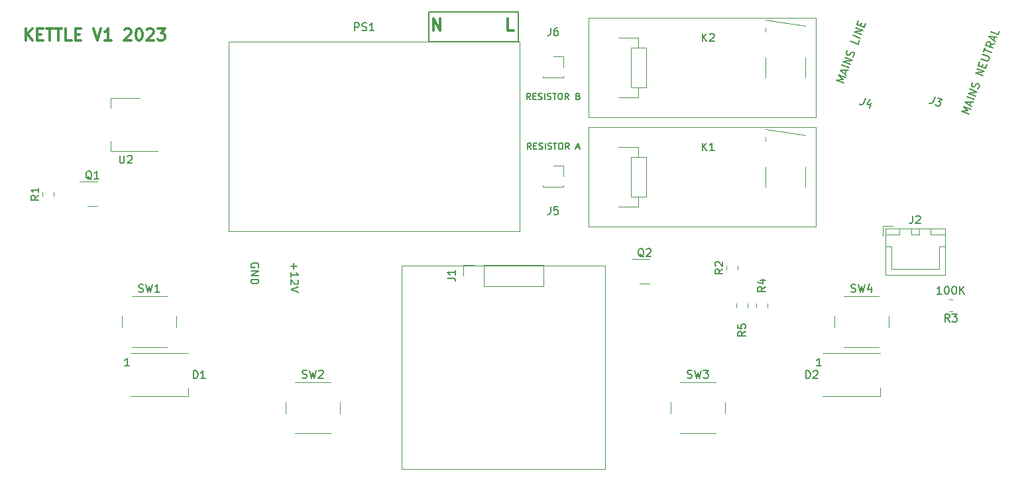
<source format=gbr>
%TF.GenerationSoftware,KiCad,Pcbnew,7.0.8-7.0.8~ubuntu20.04.1*%
%TF.CreationDate,2023-11-26T17:45:29+01:00*%
%TF.ProjectId,bouilloire_pcb,626f7569-6c6c-46f6-9972-655f7063622e,rev?*%
%TF.SameCoordinates,Original*%
%TF.FileFunction,Legend,Top*%
%TF.FilePolarity,Positive*%
%FSLAX46Y46*%
G04 Gerber Fmt 4.6, Leading zero omitted, Abs format (unit mm)*
G04 Created by KiCad (PCBNEW 7.0.8-7.0.8~ubuntu20.04.1) date 2023-11-26 17:45:29*
%MOMM*%
%LPD*%
G01*
G04 APERTURE LIST*
%ADD10C,0.300000*%
%ADD11C,0.150000*%
%ADD12C,0.200000*%
%ADD13C,0.120000*%
G04 APERTURE END LIST*
D10*
X2459510Y55444171D02*
X2459510Y56944171D01*
X3316653Y55444171D02*
X2673796Y56301314D01*
X3316653Y56944171D02*
X2459510Y56087028D01*
X3959510Y56229885D02*
X4459510Y56229885D01*
X4673796Y55444171D02*
X3959510Y55444171D01*
X3959510Y55444171D02*
X3959510Y56944171D01*
X3959510Y56944171D02*
X4673796Y56944171D01*
X5102368Y56944171D02*
X5959511Y56944171D01*
X5530939Y55444171D02*
X5530939Y56944171D01*
X6245225Y56944171D02*
X7102368Y56944171D01*
X6673796Y55444171D02*
X6673796Y56944171D01*
X8316653Y55444171D02*
X7602367Y55444171D01*
X7602367Y55444171D02*
X7602367Y56944171D01*
X8816653Y56229885D02*
X9316653Y56229885D01*
X9530939Y55444171D02*
X8816653Y55444171D01*
X8816653Y55444171D02*
X8816653Y56944171D01*
X8816653Y56944171D02*
X9530939Y56944171D01*
X11102368Y56944171D02*
X11602368Y55444171D01*
X11602368Y55444171D02*
X12102368Y56944171D01*
X13388082Y55444171D02*
X12530939Y55444171D01*
X12959510Y55444171D02*
X12959510Y56944171D01*
X12959510Y56944171D02*
X12816653Y56729885D01*
X12816653Y56729885D02*
X12673796Y56587028D01*
X12673796Y56587028D02*
X12530939Y56515600D01*
X15102367Y56801314D02*
X15173795Y56872742D01*
X15173795Y56872742D02*
X15316653Y56944171D01*
X15316653Y56944171D02*
X15673795Y56944171D01*
X15673795Y56944171D02*
X15816653Y56872742D01*
X15816653Y56872742D02*
X15888081Y56801314D01*
X15888081Y56801314D02*
X15959510Y56658457D01*
X15959510Y56658457D02*
X15959510Y56515600D01*
X15959510Y56515600D02*
X15888081Y56301314D01*
X15888081Y56301314D02*
X15030938Y55444171D01*
X15030938Y55444171D02*
X15959510Y55444171D01*
X16888081Y56944171D02*
X17030938Y56944171D01*
X17030938Y56944171D02*
X17173795Y56872742D01*
X17173795Y56872742D02*
X17245224Y56801314D01*
X17245224Y56801314D02*
X17316652Y56658457D01*
X17316652Y56658457D02*
X17388081Y56372742D01*
X17388081Y56372742D02*
X17388081Y56015600D01*
X17388081Y56015600D02*
X17316652Y55729885D01*
X17316652Y55729885D02*
X17245224Y55587028D01*
X17245224Y55587028D02*
X17173795Y55515600D01*
X17173795Y55515600D02*
X17030938Y55444171D01*
X17030938Y55444171D02*
X16888081Y55444171D01*
X16888081Y55444171D02*
X16745224Y55515600D01*
X16745224Y55515600D02*
X16673795Y55587028D01*
X16673795Y55587028D02*
X16602366Y55729885D01*
X16602366Y55729885D02*
X16530938Y56015600D01*
X16530938Y56015600D02*
X16530938Y56372742D01*
X16530938Y56372742D02*
X16602366Y56658457D01*
X16602366Y56658457D02*
X16673795Y56801314D01*
X16673795Y56801314D02*
X16745224Y56872742D01*
X16745224Y56872742D02*
X16888081Y56944171D01*
X17959509Y56801314D02*
X18030937Y56872742D01*
X18030937Y56872742D02*
X18173795Y56944171D01*
X18173795Y56944171D02*
X18530937Y56944171D01*
X18530937Y56944171D02*
X18673795Y56872742D01*
X18673795Y56872742D02*
X18745223Y56801314D01*
X18745223Y56801314D02*
X18816652Y56658457D01*
X18816652Y56658457D02*
X18816652Y56515600D01*
X18816652Y56515600D02*
X18745223Y56301314D01*
X18745223Y56301314D02*
X17888080Y55444171D01*
X17888080Y55444171D02*
X18816652Y55444171D01*
X19316651Y56944171D02*
X20245223Y56944171D01*
X20245223Y56944171D02*
X19745223Y56372742D01*
X19745223Y56372742D02*
X19959508Y56372742D01*
X19959508Y56372742D02*
X20102366Y56301314D01*
X20102366Y56301314D02*
X20173794Y56229885D01*
X20173794Y56229885D02*
X20245223Y56087028D01*
X20245223Y56087028D02*
X20245223Y55729885D01*
X20245223Y55729885D02*
X20173794Y55587028D01*
X20173794Y55587028D02*
X20102366Y55515600D01*
X20102366Y55515600D02*
X19959508Y55444171D01*
X19959508Y55444171D02*
X19530937Y55444171D01*
X19530937Y55444171D02*
X19388080Y55515600D01*
X19388080Y55515600D02*
X19316651Y55587028D01*
D11*
X36706133Y26968220D02*
X36706133Y26206316D01*
X36325180Y26587268D02*
X37087085Y26587268D01*
X36325180Y25206316D02*
X36325180Y25777744D01*
X36325180Y25492030D02*
X37325180Y25492030D01*
X37325180Y25492030D02*
X37182323Y25587268D01*
X37182323Y25587268D02*
X37087085Y25682506D01*
X37087085Y25682506D02*
X37039466Y25777744D01*
X37229942Y24825363D02*
X37277561Y24777744D01*
X37277561Y24777744D02*
X37325180Y24682506D01*
X37325180Y24682506D02*
X37325180Y24444411D01*
X37325180Y24444411D02*
X37277561Y24349173D01*
X37277561Y24349173D02*
X37229942Y24301554D01*
X37229942Y24301554D02*
X37134704Y24253935D01*
X37134704Y24253935D02*
X37039466Y24253935D01*
X37039466Y24253935D02*
X36896609Y24301554D01*
X36896609Y24301554D02*
X36325180Y24872982D01*
X36325180Y24872982D02*
X36325180Y24253935D01*
X37325180Y23968220D02*
X36325180Y23634887D01*
X36325180Y23634887D02*
X37325180Y23301554D01*
X32197561Y26444411D02*
X32245180Y26539649D01*
X32245180Y26539649D02*
X32245180Y26682506D01*
X32245180Y26682506D02*
X32197561Y26825363D01*
X32197561Y26825363D02*
X32102323Y26920601D01*
X32102323Y26920601D02*
X32007085Y26968220D01*
X32007085Y26968220D02*
X31816609Y27015839D01*
X31816609Y27015839D02*
X31673752Y27015839D01*
X31673752Y27015839D02*
X31483276Y26968220D01*
X31483276Y26968220D02*
X31388038Y26920601D01*
X31388038Y26920601D02*
X31292800Y26825363D01*
X31292800Y26825363D02*
X31245180Y26682506D01*
X31245180Y26682506D02*
X31245180Y26587268D01*
X31245180Y26587268D02*
X31292800Y26444411D01*
X31292800Y26444411D02*
X31340419Y26396792D01*
X31340419Y26396792D02*
X31673752Y26396792D01*
X31673752Y26396792D02*
X31673752Y26587268D01*
X31245180Y25968220D02*
X32245180Y25968220D01*
X32245180Y25968220D02*
X31245180Y25396792D01*
X31245180Y25396792D02*
X32245180Y25396792D01*
X31245180Y24920601D02*
X32245180Y24920601D01*
X32245180Y24920601D02*
X32245180Y24682506D01*
X32245180Y24682506D02*
X32197561Y24539649D01*
X32197561Y24539649D02*
X32102323Y24444411D01*
X32102323Y24444411D02*
X32007085Y24396792D01*
X32007085Y24396792D02*
X31816609Y24349173D01*
X31816609Y24349173D02*
X31673752Y24349173D01*
X31673752Y24349173D02*
X31483276Y24396792D01*
X31483276Y24396792D02*
X31388038Y24444411D01*
X31388038Y24444411D02*
X31292800Y24539649D01*
X31292800Y24539649D02*
X31245180Y24682506D01*
X31245180Y24682506D02*
X31245180Y24920601D01*
D12*
X53975000Y59055000D02*
X65405000Y59055000D01*
X65405000Y55245000D01*
X53975000Y55245000D01*
X53975000Y59055000D01*
D10*
X54529510Y56714171D02*
X54529510Y58214171D01*
X54529510Y58214171D02*
X55386653Y56714171D01*
X55386653Y56714171D02*
X55386653Y58214171D01*
X64768796Y56714171D02*
X64054510Y56714171D01*
X64054510Y56714171D02*
X64054510Y58214171D01*
D11*
X56374819Y25066666D02*
X57089104Y25066666D01*
X57089104Y25066666D02*
X57231961Y25019047D01*
X57231961Y25019047D02*
X57327200Y24923809D01*
X57327200Y24923809D02*
X57374819Y24780952D01*
X57374819Y24780952D02*
X57374819Y24685714D01*
X57374819Y26066666D02*
X57374819Y25495238D01*
X57374819Y25780952D02*
X56374819Y25780952D01*
X56374819Y25780952D02*
X56517676Y25685714D01*
X56517676Y25685714D02*
X56612914Y25590476D01*
X56612914Y25590476D02*
X56660533Y25495238D01*
X120483333Y19485180D02*
X120150000Y19961371D01*
X119911905Y19485180D02*
X119911905Y20485180D01*
X119911905Y20485180D02*
X120292857Y20485180D01*
X120292857Y20485180D02*
X120388095Y20437561D01*
X120388095Y20437561D02*
X120435714Y20389942D01*
X120435714Y20389942D02*
X120483333Y20294704D01*
X120483333Y20294704D02*
X120483333Y20151847D01*
X120483333Y20151847D02*
X120435714Y20056609D01*
X120435714Y20056609D02*
X120388095Y20008990D01*
X120388095Y20008990D02*
X120292857Y19961371D01*
X120292857Y19961371D02*
X119911905Y19961371D01*
X120816667Y20485180D02*
X121435714Y20485180D01*
X121435714Y20485180D02*
X121102381Y20104228D01*
X121102381Y20104228D02*
X121245238Y20104228D01*
X121245238Y20104228D02*
X121340476Y20056609D01*
X121340476Y20056609D02*
X121388095Y20008990D01*
X121388095Y20008990D02*
X121435714Y19913752D01*
X121435714Y19913752D02*
X121435714Y19675657D01*
X121435714Y19675657D02*
X121388095Y19580419D01*
X121388095Y19580419D02*
X121340476Y19532800D01*
X121340476Y19532800D02*
X121245238Y19485180D01*
X121245238Y19485180D02*
X120959524Y19485180D01*
X120959524Y19485180D02*
X120864286Y19532800D01*
X120864286Y19532800D02*
X120816667Y19580419D01*
X119483333Y23040180D02*
X118911905Y23040180D01*
X119197619Y23040180D02*
X119197619Y24040180D01*
X119197619Y24040180D02*
X119102381Y23897323D01*
X119102381Y23897323D02*
X119007143Y23802085D01*
X119007143Y23802085D02*
X118911905Y23754466D01*
X120102381Y24040180D02*
X120197619Y24040180D01*
X120197619Y24040180D02*
X120292857Y23992561D01*
X120292857Y23992561D02*
X120340476Y23944942D01*
X120340476Y23944942D02*
X120388095Y23849704D01*
X120388095Y23849704D02*
X120435714Y23659228D01*
X120435714Y23659228D02*
X120435714Y23421133D01*
X120435714Y23421133D02*
X120388095Y23230657D01*
X120388095Y23230657D02*
X120340476Y23135419D01*
X120340476Y23135419D02*
X120292857Y23087800D01*
X120292857Y23087800D02*
X120197619Y23040180D01*
X120197619Y23040180D02*
X120102381Y23040180D01*
X120102381Y23040180D02*
X120007143Y23087800D01*
X120007143Y23087800D02*
X119959524Y23135419D01*
X119959524Y23135419D02*
X119911905Y23230657D01*
X119911905Y23230657D02*
X119864286Y23421133D01*
X119864286Y23421133D02*
X119864286Y23659228D01*
X119864286Y23659228D02*
X119911905Y23849704D01*
X119911905Y23849704D02*
X119959524Y23944942D01*
X119959524Y23944942D02*
X120007143Y23992561D01*
X120007143Y23992561D02*
X120102381Y24040180D01*
X121054762Y24040180D02*
X121150000Y24040180D01*
X121150000Y24040180D02*
X121245238Y23992561D01*
X121245238Y23992561D02*
X121292857Y23944942D01*
X121292857Y23944942D02*
X121340476Y23849704D01*
X121340476Y23849704D02*
X121388095Y23659228D01*
X121388095Y23659228D02*
X121388095Y23421133D01*
X121388095Y23421133D02*
X121340476Y23230657D01*
X121340476Y23230657D02*
X121292857Y23135419D01*
X121292857Y23135419D02*
X121245238Y23087800D01*
X121245238Y23087800D02*
X121150000Y23040180D01*
X121150000Y23040180D02*
X121054762Y23040180D01*
X121054762Y23040180D02*
X120959524Y23087800D01*
X120959524Y23087800D02*
X120911905Y23135419D01*
X120911905Y23135419D02*
X120864286Y23230657D01*
X120864286Y23230657D02*
X120816667Y23421133D01*
X120816667Y23421133D02*
X120816667Y23659228D01*
X120816667Y23659228D02*
X120864286Y23849704D01*
X120864286Y23849704D02*
X120911905Y23944942D01*
X120911905Y23944942D02*
X120959524Y23992561D01*
X120959524Y23992561D02*
X121054762Y24040180D01*
X121816667Y23040180D02*
X121816667Y24040180D01*
X122388095Y23040180D02*
X121959524Y23611609D01*
X122388095Y24040180D02*
X121816667Y23468752D01*
X91514819Y26233333D02*
X91038628Y25900000D01*
X91514819Y25661905D02*
X90514819Y25661905D01*
X90514819Y25661905D02*
X90514819Y26042857D01*
X90514819Y26042857D02*
X90562438Y26138095D01*
X90562438Y26138095D02*
X90610057Y26185714D01*
X90610057Y26185714D02*
X90705295Y26233333D01*
X90705295Y26233333D02*
X90848152Y26233333D01*
X90848152Y26233333D02*
X90943390Y26185714D01*
X90943390Y26185714D02*
X90991009Y26138095D01*
X90991009Y26138095D02*
X91038628Y26042857D01*
X91038628Y26042857D02*
X91038628Y25661905D01*
X90610057Y26614286D02*
X90562438Y26661905D01*
X90562438Y26661905D02*
X90514819Y26757143D01*
X90514819Y26757143D02*
X90514819Y26995238D01*
X90514819Y26995238D02*
X90562438Y27090476D01*
X90562438Y27090476D02*
X90610057Y27138095D01*
X90610057Y27138095D02*
X90705295Y27185714D01*
X90705295Y27185714D02*
X90800533Y27185714D01*
X90800533Y27185714D02*
X90943390Y27138095D01*
X90943390Y27138095D02*
X91514819Y26566667D01*
X91514819Y26566667D02*
X91514819Y27185714D01*
X37826667Y12342800D02*
X37969524Y12295180D01*
X37969524Y12295180D02*
X38207619Y12295180D01*
X38207619Y12295180D02*
X38302857Y12342800D01*
X38302857Y12342800D02*
X38350476Y12390419D01*
X38350476Y12390419D02*
X38398095Y12485657D01*
X38398095Y12485657D02*
X38398095Y12580895D01*
X38398095Y12580895D02*
X38350476Y12676133D01*
X38350476Y12676133D02*
X38302857Y12723752D01*
X38302857Y12723752D02*
X38207619Y12771371D01*
X38207619Y12771371D02*
X38017143Y12818990D01*
X38017143Y12818990D02*
X37921905Y12866609D01*
X37921905Y12866609D02*
X37874286Y12914228D01*
X37874286Y12914228D02*
X37826667Y13009466D01*
X37826667Y13009466D02*
X37826667Y13104704D01*
X37826667Y13104704D02*
X37874286Y13199942D01*
X37874286Y13199942D02*
X37921905Y13247561D01*
X37921905Y13247561D02*
X38017143Y13295180D01*
X38017143Y13295180D02*
X38255238Y13295180D01*
X38255238Y13295180D02*
X38398095Y13247561D01*
X38731429Y13295180D02*
X38969524Y12295180D01*
X38969524Y12295180D02*
X39160000Y13009466D01*
X39160000Y13009466D02*
X39350476Y12295180D01*
X39350476Y12295180D02*
X39588572Y13295180D01*
X39921905Y13199942D02*
X39969524Y13247561D01*
X39969524Y13247561D02*
X40064762Y13295180D01*
X40064762Y13295180D02*
X40302857Y13295180D01*
X40302857Y13295180D02*
X40398095Y13247561D01*
X40398095Y13247561D02*
X40445714Y13199942D01*
X40445714Y13199942D02*
X40493333Y13104704D01*
X40493333Y13104704D02*
X40493333Y13009466D01*
X40493333Y13009466D02*
X40445714Y12866609D01*
X40445714Y12866609D02*
X39874286Y12295180D01*
X39874286Y12295180D02*
X40493333Y12295180D01*
X81438761Y27757942D02*
X81343523Y27805561D01*
X81343523Y27805561D02*
X81248285Y27900800D01*
X81248285Y27900800D02*
X81105428Y28043657D01*
X81105428Y28043657D02*
X81010190Y28091276D01*
X81010190Y28091276D02*
X80914952Y28091276D01*
X80962571Y27853180D02*
X80867333Y27900800D01*
X80867333Y27900800D02*
X80772095Y27996038D01*
X80772095Y27996038D02*
X80724476Y28186514D01*
X80724476Y28186514D02*
X80724476Y28519847D01*
X80724476Y28519847D02*
X80772095Y28710323D01*
X80772095Y28710323D02*
X80867333Y28805561D01*
X80867333Y28805561D02*
X80962571Y28853180D01*
X80962571Y28853180D02*
X81153047Y28853180D01*
X81153047Y28853180D02*
X81248285Y28805561D01*
X81248285Y28805561D02*
X81343523Y28710323D01*
X81343523Y28710323D02*
X81391142Y28519847D01*
X81391142Y28519847D02*
X81391142Y28186514D01*
X81391142Y28186514D02*
X81343523Y27996038D01*
X81343523Y27996038D02*
X81248285Y27900800D01*
X81248285Y27900800D02*
X81153047Y27853180D01*
X81153047Y27853180D02*
X80962571Y27853180D01*
X81772095Y28757942D02*
X81819714Y28805561D01*
X81819714Y28805561D02*
X81914952Y28853180D01*
X81914952Y28853180D02*
X82153047Y28853180D01*
X82153047Y28853180D02*
X82248285Y28805561D01*
X82248285Y28805561D02*
X82295904Y28757942D01*
X82295904Y28757942D02*
X82343523Y28662704D01*
X82343523Y28662704D02*
X82343523Y28567466D01*
X82343523Y28567466D02*
X82295904Y28424609D01*
X82295904Y28424609D02*
X81724476Y27853180D01*
X81724476Y27853180D02*
X82343523Y27853180D01*
X88906905Y55330180D02*
X88906905Y56330180D01*
X89478333Y55330180D02*
X89049762Y55901609D01*
X89478333Y56330180D02*
X88906905Y55758752D01*
X89859286Y56234942D02*
X89906905Y56282561D01*
X89906905Y56282561D02*
X90002143Y56330180D01*
X90002143Y56330180D02*
X90240238Y56330180D01*
X90240238Y56330180D02*
X90335476Y56282561D01*
X90335476Y56282561D02*
X90383095Y56234942D01*
X90383095Y56234942D02*
X90430714Y56139704D01*
X90430714Y56139704D02*
X90430714Y56044466D01*
X90430714Y56044466D02*
X90383095Y55901609D01*
X90383095Y55901609D02*
X89811667Y55330180D01*
X89811667Y55330180D02*
X90430714Y55330180D01*
X102131905Y12245180D02*
X102131905Y13245180D01*
X102131905Y13245180D02*
X102370000Y13245180D01*
X102370000Y13245180D02*
X102512857Y13197561D01*
X102512857Y13197561D02*
X102608095Y13102323D01*
X102608095Y13102323D02*
X102655714Y13007085D01*
X102655714Y13007085D02*
X102703333Y12816609D01*
X102703333Y12816609D02*
X102703333Y12673752D01*
X102703333Y12673752D02*
X102655714Y12483276D01*
X102655714Y12483276D02*
X102608095Y12388038D01*
X102608095Y12388038D02*
X102512857Y12292800D01*
X102512857Y12292800D02*
X102370000Y12245180D01*
X102370000Y12245180D02*
X102131905Y12245180D01*
X103084286Y13149942D02*
X103131905Y13197561D01*
X103131905Y13197561D02*
X103227143Y13245180D01*
X103227143Y13245180D02*
X103465238Y13245180D01*
X103465238Y13245180D02*
X103560476Y13197561D01*
X103560476Y13197561D02*
X103608095Y13149942D01*
X103608095Y13149942D02*
X103655714Y13054704D01*
X103655714Y13054704D02*
X103655714Y12959466D01*
X103655714Y12959466D02*
X103608095Y12816609D01*
X103608095Y12816609D02*
X103036667Y12245180D01*
X103036667Y12245180D02*
X103655714Y12245180D01*
X104085714Y13845180D02*
X103514286Y13845180D01*
X103800000Y13845180D02*
X103800000Y14845180D01*
X103800000Y14845180D02*
X103704762Y14702323D01*
X103704762Y14702323D02*
X103609524Y14607085D01*
X103609524Y14607085D02*
X103514286Y14559466D01*
X88906905Y41360180D02*
X88906905Y42360180D01*
X89478333Y41360180D02*
X89049762Y41931609D01*
X89478333Y42360180D02*
X88906905Y41788752D01*
X90430714Y41360180D02*
X89859286Y41360180D01*
X90145000Y41360180D02*
X90145000Y42360180D01*
X90145000Y42360180D02*
X90049762Y42217323D01*
X90049762Y42217323D02*
X89954524Y42122085D01*
X89954524Y42122085D02*
X89859286Y42074466D01*
X69516666Y34200180D02*
X69516666Y33485895D01*
X69516666Y33485895D02*
X69469047Y33343038D01*
X69469047Y33343038D02*
X69373809Y33247800D01*
X69373809Y33247800D02*
X69230952Y33200180D01*
X69230952Y33200180D02*
X69135714Y33200180D01*
X70469047Y34200180D02*
X69992857Y34200180D01*
X69992857Y34200180D02*
X69945238Y33723990D01*
X69945238Y33723990D02*
X69992857Y33771609D01*
X69992857Y33771609D02*
X70088095Y33819228D01*
X70088095Y33819228D02*
X70326190Y33819228D01*
X70326190Y33819228D02*
X70421428Y33771609D01*
X70421428Y33771609D02*
X70469047Y33723990D01*
X70469047Y33723990D02*
X70516666Y33628752D01*
X70516666Y33628752D02*
X70516666Y33390657D01*
X70516666Y33390657D02*
X70469047Y33295419D01*
X70469047Y33295419D02*
X70421428Y33247800D01*
X70421428Y33247800D02*
X70326190Y33200180D01*
X70326190Y33200180D02*
X70088095Y33200180D01*
X70088095Y33200180D02*
X69992857Y33247800D01*
X69992857Y33247800D02*
X69945238Y33295419D01*
X67011905Y41547704D02*
X66745238Y41928657D01*
X66554762Y41547704D02*
X66554762Y42347704D01*
X66554762Y42347704D02*
X66859524Y42347704D01*
X66859524Y42347704D02*
X66935714Y42309609D01*
X66935714Y42309609D02*
X66973809Y42271514D01*
X66973809Y42271514D02*
X67011905Y42195323D01*
X67011905Y42195323D02*
X67011905Y42081038D01*
X67011905Y42081038D02*
X66973809Y42004847D01*
X66973809Y42004847D02*
X66935714Y41966752D01*
X66935714Y41966752D02*
X66859524Y41928657D01*
X66859524Y41928657D02*
X66554762Y41928657D01*
X67354762Y41966752D02*
X67621428Y41966752D01*
X67735714Y41547704D02*
X67354762Y41547704D01*
X67354762Y41547704D02*
X67354762Y42347704D01*
X67354762Y42347704D02*
X67735714Y42347704D01*
X68040476Y41585800D02*
X68154762Y41547704D01*
X68154762Y41547704D02*
X68345238Y41547704D01*
X68345238Y41547704D02*
X68421429Y41585800D01*
X68421429Y41585800D02*
X68459524Y41623895D01*
X68459524Y41623895D02*
X68497619Y41700085D01*
X68497619Y41700085D02*
X68497619Y41776276D01*
X68497619Y41776276D02*
X68459524Y41852466D01*
X68459524Y41852466D02*
X68421429Y41890561D01*
X68421429Y41890561D02*
X68345238Y41928657D01*
X68345238Y41928657D02*
X68192857Y41966752D01*
X68192857Y41966752D02*
X68116667Y42004847D01*
X68116667Y42004847D02*
X68078572Y42042942D01*
X68078572Y42042942D02*
X68040476Y42119133D01*
X68040476Y42119133D02*
X68040476Y42195323D01*
X68040476Y42195323D02*
X68078572Y42271514D01*
X68078572Y42271514D02*
X68116667Y42309609D01*
X68116667Y42309609D02*
X68192857Y42347704D01*
X68192857Y42347704D02*
X68383334Y42347704D01*
X68383334Y42347704D02*
X68497619Y42309609D01*
X68840477Y41547704D02*
X68840477Y42347704D01*
X69183333Y41585800D02*
X69297619Y41547704D01*
X69297619Y41547704D02*
X69488095Y41547704D01*
X69488095Y41547704D02*
X69564286Y41585800D01*
X69564286Y41585800D02*
X69602381Y41623895D01*
X69602381Y41623895D02*
X69640476Y41700085D01*
X69640476Y41700085D02*
X69640476Y41776276D01*
X69640476Y41776276D02*
X69602381Y41852466D01*
X69602381Y41852466D02*
X69564286Y41890561D01*
X69564286Y41890561D02*
X69488095Y41928657D01*
X69488095Y41928657D02*
X69335714Y41966752D01*
X69335714Y41966752D02*
X69259524Y42004847D01*
X69259524Y42004847D02*
X69221429Y42042942D01*
X69221429Y42042942D02*
X69183333Y42119133D01*
X69183333Y42119133D02*
X69183333Y42195323D01*
X69183333Y42195323D02*
X69221429Y42271514D01*
X69221429Y42271514D02*
X69259524Y42309609D01*
X69259524Y42309609D02*
X69335714Y42347704D01*
X69335714Y42347704D02*
X69526191Y42347704D01*
X69526191Y42347704D02*
X69640476Y42309609D01*
X69869048Y42347704D02*
X70326191Y42347704D01*
X70097619Y41547704D02*
X70097619Y42347704D01*
X70745239Y42347704D02*
X70897620Y42347704D01*
X70897620Y42347704D02*
X70973810Y42309609D01*
X70973810Y42309609D02*
X71050001Y42233419D01*
X71050001Y42233419D02*
X71088096Y42081038D01*
X71088096Y42081038D02*
X71088096Y41814371D01*
X71088096Y41814371D02*
X71050001Y41661990D01*
X71050001Y41661990D02*
X70973810Y41585800D01*
X70973810Y41585800D02*
X70897620Y41547704D01*
X70897620Y41547704D02*
X70745239Y41547704D01*
X70745239Y41547704D02*
X70669048Y41585800D01*
X70669048Y41585800D02*
X70592858Y41661990D01*
X70592858Y41661990D02*
X70554762Y41814371D01*
X70554762Y41814371D02*
X70554762Y42081038D01*
X70554762Y42081038D02*
X70592858Y42233419D01*
X70592858Y42233419D02*
X70669048Y42309609D01*
X70669048Y42309609D02*
X70745239Y42347704D01*
X71888096Y41547704D02*
X71621429Y41928657D01*
X71430953Y41547704D02*
X71430953Y42347704D01*
X71430953Y42347704D02*
X71735715Y42347704D01*
X71735715Y42347704D02*
X71811905Y42309609D01*
X71811905Y42309609D02*
X71850000Y42271514D01*
X71850000Y42271514D02*
X71888096Y42195323D01*
X71888096Y42195323D02*
X71888096Y42081038D01*
X71888096Y42081038D02*
X71850000Y42004847D01*
X71850000Y42004847D02*
X71811905Y41966752D01*
X71811905Y41966752D02*
X71735715Y41928657D01*
X71735715Y41928657D02*
X71430953Y41928657D01*
X72802381Y41776276D02*
X73183334Y41776276D01*
X72726191Y41547704D02*
X72992858Y42347704D01*
X72992858Y42347704D02*
X73259524Y41547704D01*
X69516666Y57060180D02*
X69516666Y56345895D01*
X69516666Y56345895D02*
X69469047Y56203038D01*
X69469047Y56203038D02*
X69373809Y56107800D01*
X69373809Y56107800D02*
X69230952Y56060180D01*
X69230952Y56060180D02*
X69135714Y56060180D01*
X70421428Y57060180D02*
X70230952Y57060180D01*
X70230952Y57060180D02*
X70135714Y57012561D01*
X70135714Y57012561D02*
X70088095Y56964942D01*
X70088095Y56964942D02*
X69992857Y56822085D01*
X69992857Y56822085D02*
X69945238Y56631609D01*
X69945238Y56631609D02*
X69945238Y56250657D01*
X69945238Y56250657D02*
X69992857Y56155419D01*
X69992857Y56155419D02*
X70040476Y56107800D01*
X70040476Y56107800D02*
X70135714Y56060180D01*
X70135714Y56060180D02*
X70326190Y56060180D01*
X70326190Y56060180D02*
X70421428Y56107800D01*
X70421428Y56107800D02*
X70469047Y56155419D01*
X70469047Y56155419D02*
X70516666Y56250657D01*
X70516666Y56250657D02*
X70516666Y56488752D01*
X70516666Y56488752D02*
X70469047Y56583990D01*
X70469047Y56583990D02*
X70421428Y56631609D01*
X70421428Y56631609D02*
X70326190Y56679228D01*
X70326190Y56679228D02*
X70135714Y56679228D01*
X70135714Y56679228D02*
X70040476Y56631609D01*
X70040476Y56631609D02*
X69992857Y56583990D01*
X69992857Y56583990D02*
X69945238Y56488752D01*
X66954762Y47897704D02*
X66688095Y48278657D01*
X66497619Y47897704D02*
X66497619Y48697704D01*
X66497619Y48697704D02*
X66802381Y48697704D01*
X66802381Y48697704D02*
X66878571Y48659609D01*
X66878571Y48659609D02*
X66916666Y48621514D01*
X66916666Y48621514D02*
X66954762Y48545323D01*
X66954762Y48545323D02*
X66954762Y48431038D01*
X66954762Y48431038D02*
X66916666Y48354847D01*
X66916666Y48354847D02*
X66878571Y48316752D01*
X66878571Y48316752D02*
X66802381Y48278657D01*
X66802381Y48278657D02*
X66497619Y48278657D01*
X67297619Y48316752D02*
X67564285Y48316752D01*
X67678571Y47897704D02*
X67297619Y47897704D01*
X67297619Y47897704D02*
X67297619Y48697704D01*
X67297619Y48697704D02*
X67678571Y48697704D01*
X67983333Y47935800D02*
X68097619Y47897704D01*
X68097619Y47897704D02*
X68288095Y47897704D01*
X68288095Y47897704D02*
X68364286Y47935800D01*
X68364286Y47935800D02*
X68402381Y47973895D01*
X68402381Y47973895D02*
X68440476Y48050085D01*
X68440476Y48050085D02*
X68440476Y48126276D01*
X68440476Y48126276D02*
X68402381Y48202466D01*
X68402381Y48202466D02*
X68364286Y48240561D01*
X68364286Y48240561D02*
X68288095Y48278657D01*
X68288095Y48278657D02*
X68135714Y48316752D01*
X68135714Y48316752D02*
X68059524Y48354847D01*
X68059524Y48354847D02*
X68021429Y48392942D01*
X68021429Y48392942D02*
X67983333Y48469133D01*
X67983333Y48469133D02*
X67983333Y48545323D01*
X67983333Y48545323D02*
X68021429Y48621514D01*
X68021429Y48621514D02*
X68059524Y48659609D01*
X68059524Y48659609D02*
X68135714Y48697704D01*
X68135714Y48697704D02*
X68326191Y48697704D01*
X68326191Y48697704D02*
X68440476Y48659609D01*
X68783334Y47897704D02*
X68783334Y48697704D01*
X69126190Y47935800D02*
X69240476Y47897704D01*
X69240476Y47897704D02*
X69430952Y47897704D01*
X69430952Y47897704D02*
X69507143Y47935800D01*
X69507143Y47935800D02*
X69545238Y47973895D01*
X69545238Y47973895D02*
X69583333Y48050085D01*
X69583333Y48050085D02*
X69583333Y48126276D01*
X69583333Y48126276D02*
X69545238Y48202466D01*
X69545238Y48202466D02*
X69507143Y48240561D01*
X69507143Y48240561D02*
X69430952Y48278657D01*
X69430952Y48278657D02*
X69278571Y48316752D01*
X69278571Y48316752D02*
X69202381Y48354847D01*
X69202381Y48354847D02*
X69164286Y48392942D01*
X69164286Y48392942D02*
X69126190Y48469133D01*
X69126190Y48469133D02*
X69126190Y48545323D01*
X69126190Y48545323D02*
X69164286Y48621514D01*
X69164286Y48621514D02*
X69202381Y48659609D01*
X69202381Y48659609D02*
X69278571Y48697704D01*
X69278571Y48697704D02*
X69469048Y48697704D01*
X69469048Y48697704D02*
X69583333Y48659609D01*
X69811905Y48697704D02*
X70269048Y48697704D01*
X70040476Y47897704D02*
X70040476Y48697704D01*
X70688096Y48697704D02*
X70840477Y48697704D01*
X70840477Y48697704D02*
X70916667Y48659609D01*
X70916667Y48659609D02*
X70992858Y48583419D01*
X70992858Y48583419D02*
X71030953Y48431038D01*
X71030953Y48431038D02*
X71030953Y48164371D01*
X71030953Y48164371D02*
X70992858Y48011990D01*
X70992858Y48011990D02*
X70916667Y47935800D01*
X70916667Y47935800D02*
X70840477Y47897704D01*
X70840477Y47897704D02*
X70688096Y47897704D01*
X70688096Y47897704D02*
X70611905Y47935800D01*
X70611905Y47935800D02*
X70535715Y48011990D01*
X70535715Y48011990D02*
X70497619Y48164371D01*
X70497619Y48164371D02*
X70497619Y48431038D01*
X70497619Y48431038D02*
X70535715Y48583419D01*
X70535715Y48583419D02*
X70611905Y48659609D01*
X70611905Y48659609D02*
X70688096Y48697704D01*
X71830953Y47897704D02*
X71564286Y48278657D01*
X71373810Y47897704D02*
X71373810Y48697704D01*
X71373810Y48697704D02*
X71678572Y48697704D01*
X71678572Y48697704D02*
X71754762Y48659609D01*
X71754762Y48659609D02*
X71792857Y48621514D01*
X71792857Y48621514D02*
X71830953Y48545323D01*
X71830953Y48545323D02*
X71830953Y48431038D01*
X71830953Y48431038D02*
X71792857Y48354847D01*
X71792857Y48354847D02*
X71754762Y48316752D01*
X71754762Y48316752D02*
X71678572Y48278657D01*
X71678572Y48278657D02*
X71373810Y48278657D01*
X73050000Y48316752D02*
X73164286Y48278657D01*
X73164286Y48278657D02*
X73202381Y48240561D01*
X73202381Y48240561D02*
X73240477Y48164371D01*
X73240477Y48164371D02*
X73240477Y48050085D01*
X73240477Y48050085D02*
X73202381Y47973895D01*
X73202381Y47973895D02*
X73164286Y47935800D01*
X73164286Y47935800D02*
X73088096Y47897704D01*
X73088096Y47897704D02*
X72783334Y47897704D01*
X72783334Y47897704D02*
X72783334Y48697704D01*
X72783334Y48697704D02*
X73050000Y48697704D01*
X73050000Y48697704D02*
X73126191Y48659609D01*
X73126191Y48659609D02*
X73164286Y48621514D01*
X73164286Y48621514D02*
X73202381Y48545323D01*
X73202381Y48545323D02*
X73202381Y48469133D01*
X73202381Y48469133D02*
X73164286Y48392942D01*
X73164286Y48392942D02*
X73126191Y48354847D01*
X73126191Y48354847D02*
X73050000Y48316752D01*
X73050000Y48316752D02*
X72783334Y48316752D01*
X44505714Y56695180D02*
X44505714Y57695180D01*
X44505714Y57695180D02*
X44886666Y57695180D01*
X44886666Y57695180D02*
X44981904Y57647561D01*
X44981904Y57647561D02*
X45029523Y57599942D01*
X45029523Y57599942D02*
X45077142Y57504704D01*
X45077142Y57504704D02*
X45077142Y57361847D01*
X45077142Y57361847D02*
X45029523Y57266609D01*
X45029523Y57266609D02*
X44981904Y57218990D01*
X44981904Y57218990D02*
X44886666Y57171371D01*
X44886666Y57171371D02*
X44505714Y57171371D01*
X45458095Y56742800D02*
X45600952Y56695180D01*
X45600952Y56695180D02*
X45839047Y56695180D01*
X45839047Y56695180D02*
X45934285Y56742800D01*
X45934285Y56742800D02*
X45981904Y56790419D01*
X45981904Y56790419D02*
X46029523Y56885657D01*
X46029523Y56885657D02*
X46029523Y56980895D01*
X46029523Y56980895D02*
X45981904Y57076133D01*
X45981904Y57076133D02*
X45934285Y57123752D01*
X45934285Y57123752D02*
X45839047Y57171371D01*
X45839047Y57171371D02*
X45648571Y57218990D01*
X45648571Y57218990D02*
X45553333Y57266609D01*
X45553333Y57266609D02*
X45505714Y57314228D01*
X45505714Y57314228D02*
X45458095Y57409466D01*
X45458095Y57409466D02*
X45458095Y57504704D01*
X45458095Y57504704D02*
X45505714Y57599942D01*
X45505714Y57599942D02*
X45553333Y57647561D01*
X45553333Y57647561D02*
X45648571Y57695180D01*
X45648571Y57695180D02*
X45886666Y57695180D01*
X45886666Y57695180D02*
X46029523Y57647561D01*
X46981904Y56695180D02*
X46410476Y56695180D01*
X46696190Y56695180D02*
X46696190Y57695180D01*
X46696190Y57695180D02*
X46600952Y57552323D01*
X46600952Y57552323D02*
X46505714Y57457085D01*
X46505714Y57457085D02*
X46410476Y57409466D01*
X109728231Y48098129D02*
X109483931Y47426920D01*
X109483931Y47426920D02*
X109390324Y47308965D01*
X109390324Y47308965D02*
X109268256Y47252043D01*
X109268256Y47252043D02*
X109117728Y47256156D01*
X109117728Y47256156D02*
X109028233Y47288730D01*
X110464423Y47475451D02*
X110236410Y46848989D01*
X110370980Y47914863D02*
X109902944Y47325087D01*
X109902944Y47325087D02*
X110484658Y47113360D01*
X107009309Y50060672D02*
X106069616Y50402692D01*
X106069616Y50402692D02*
X106854832Y50471623D01*
X106854832Y50471623D02*
X106297630Y51029154D01*
X106297630Y51029154D02*
X107237323Y50687134D01*
X107115419Y51187579D02*
X107278286Y51635052D01*
X107351329Y51000364D02*
X106525643Y51655615D01*
X106525643Y51655615D02*
X107579343Y51626826D01*
X107693349Y51940057D02*
X106753657Y52282077D01*
X107856216Y52387529D02*
X106916523Y52729550D01*
X106916523Y52729550D02*
X108051656Y52924497D01*
X108051656Y52924497D02*
X107111963Y53266517D01*
X108153489Y53343509D02*
X108247096Y53461464D01*
X108247096Y53461464D02*
X108328529Y53685200D01*
X108328529Y53685200D02*
X108316356Y53790981D01*
X108316356Y53790981D02*
X108287895Y53852015D01*
X108287895Y53852015D02*
X108214687Y53929336D01*
X108214687Y53929336D02*
X108125193Y53961909D01*
X108125193Y53961909D02*
X108019411Y53949735D01*
X108019411Y53949735D02*
X107958377Y53921275D01*
X107958377Y53921275D02*
X107881057Y53848067D01*
X107881057Y53848067D02*
X107771163Y53685364D01*
X107771163Y53685364D02*
X107693842Y53612157D01*
X107693842Y53612157D02*
X107632808Y53583696D01*
X107632808Y53583696D02*
X107527027Y53571522D01*
X107527027Y53571522D02*
X107437533Y53604095D01*
X107437533Y53604095D02*
X107364325Y53681416D01*
X107364325Y53681416D02*
X107335864Y53742450D01*
X107335864Y53742450D02*
X107323690Y53848231D01*
X107323690Y53848231D02*
X107405124Y54071968D01*
X107405124Y54071968D02*
X107498731Y54189923D01*
X108963710Y55430344D02*
X108800843Y54982871D01*
X108800843Y54982871D02*
X107861150Y55324891D01*
X109077717Y55743575D02*
X108138024Y56085595D01*
X109240583Y56191047D02*
X108300891Y56533067D01*
X108300891Y56533067D02*
X109436023Y56728014D01*
X109436023Y56728014D02*
X108496331Y57070034D01*
X109106670Y57354640D02*
X109220677Y57667871D01*
X109761757Y57622960D02*
X109598890Y57175487D01*
X109598890Y57175487D02*
X108659197Y57517507D01*
X108659197Y57517507D02*
X108822064Y57964980D01*
X94434819Y18248333D02*
X93958628Y17915000D01*
X94434819Y17676905D02*
X93434819Y17676905D01*
X93434819Y17676905D02*
X93434819Y18057857D01*
X93434819Y18057857D02*
X93482438Y18153095D01*
X93482438Y18153095D02*
X93530057Y18200714D01*
X93530057Y18200714D02*
X93625295Y18248333D01*
X93625295Y18248333D02*
X93768152Y18248333D01*
X93768152Y18248333D02*
X93863390Y18200714D01*
X93863390Y18200714D02*
X93911009Y18153095D01*
X93911009Y18153095D02*
X93958628Y18057857D01*
X93958628Y18057857D02*
X93958628Y17676905D01*
X93434819Y19153095D02*
X93434819Y18676905D01*
X93434819Y18676905D02*
X93911009Y18629286D01*
X93911009Y18629286D02*
X93863390Y18676905D01*
X93863390Y18676905D02*
X93815771Y18772143D01*
X93815771Y18772143D02*
X93815771Y19010238D01*
X93815771Y19010238D02*
X93863390Y19105476D01*
X93863390Y19105476D02*
X93911009Y19153095D01*
X93911009Y19153095D02*
X94006247Y19200714D01*
X94006247Y19200714D02*
X94244342Y19200714D01*
X94244342Y19200714D02*
X94339580Y19153095D01*
X94339580Y19153095D02*
X94387200Y19105476D01*
X94387200Y19105476D02*
X94434819Y19010238D01*
X94434819Y19010238D02*
X94434819Y18772143D01*
X94434819Y18772143D02*
X94387200Y18676905D01*
X94387200Y18676905D02*
X94339580Y18629286D01*
X96974819Y23963333D02*
X96498628Y23630000D01*
X96974819Y23391905D02*
X95974819Y23391905D01*
X95974819Y23391905D02*
X95974819Y23772857D01*
X95974819Y23772857D02*
X96022438Y23868095D01*
X96022438Y23868095D02*
X96070057Y23915714D01*
X96070057Y23915714D02*
X96165295Y23963333D01*
X96165295Y23963333D02*
X96308152Y23963333D01*
X96308152Y23963333D02*
X96403390Y23915714D01*
X96403390Y23915714D02*
X96451009Y23868095D01*
X96451009Y23868095D02*
X96498628Y23772857D01*
X96498628Y23772857D02*
X96498628Y23391905D01*
X96308152Y24820476D02*
X96974819Y24820476D01*
X95927200Y24582381D02*
X96641485Y24344286D01*
X96641485Y24344286D02*
X96641485Y24963333D01*
X16916667Y23342800D02*
X17059524Y23295180D01*
X17059524Y23295180D02*
X17297619Y23295180D01*
X17297619Y23295180D02*
X17392857Y23342800D01*
X17392857Y23342800D02*
X17440476Y23390419D01*
X17440476Y23390419D02*
X17488095Y23485657D01*
X17488095Y23485657D02*
X17488095Y23580895D01*
X17488095Y23580895D02*
X17440476Y23676133D01*
X17440476Y23676133D02*
X17392857Y23723752D01*
X17392857Y23723752D02*
X17297619Y23771371D01*
X17297619Y23771371D02*
X17107143Y23818990D01*
X17107143Y23818990D02*
X17011905Y23866609D01*
X17011905Y23866609D02*
X16964286Y23914228D01*
X16964286Y23914228D02*
X16916667Y24009466D01*
X16916667Y24009466D02*
X16916667Y24104704D01*
X16916667Y24104704D02*
X16964286Y24199942D01*
X16964286Y24199942D02*
X17011905Y24247561D01*
X17011905Y24247561D02*
X17107143Y24295180D01*
X17107143Y24295180D02*
X17345238Y24295180D01*
X17345238Y24295180D02*
X17488095Y24247561D01*
X17821429Y24295180D02*
X18059524Y23295180D01*
X18059524Y23295180D02*
X18250000Y24009466D01*
X18250000Y24009466D02*
X18440476Y23295180D01*
X18440476Y23295180D02*
X18678572Y24295180D01*
X19583333Y23295180D02*
X19011905Y23295180D01*
X19297619Y23295180D02*
X19297619Y24295180D01*
X19297619Y24295180D02*
X19202381Y24152323D01*
X19202381Y24152323D02*
X19107143Y24057085D01*
X19107143Y24057085D02*
X19011905Y24009466D01*
X115764666Y33051180D02*
X115764666Y32336895D01*
X115764666Y32336895D02*
X115717047Y32194038D01*
X115717047Y32194038D02*
X115621809Y32098800D01*
X115621809Y32098800D02*
X115478952Y32051180D01*
X115478952Y32051180D02*
X115383714Y32051180D01*
X116193238Y32955942D02*
X116240857Y33003561D01*
X116240857Y33003561D02*
X116336095Y33051180D01*
X116336095Y33051180D02*
X116574190Y33051180D01*
X116574190Y33051180D02*
X116669428Y33003561D01*
X116669428Y33003561D02*
X116717047Y32955942D01*
X116717047Y32955942D02*
X116764666Y32860704D01*
X116764666Y32860704D02*
X116764666Y32765466D01*
X116764666Y32765466D02*
X116717047Y32622609D01*
X116717047Y32622609D02*
X116145619Y32051180D01*
X116145619Y32051180D02*
X116764666Y32051180D01*
X87016667Y12342800D02*
X87159524Y12295180D01*
X87159524Y12295180D02*
X87397619Y12295180D01*
X87397619Y12295180D02*
X87492857Y12342800D01*
X87492857Y12342800D02*
X87540476Y12390419D01*
X87540476Y12390419D02*
X87588095Y12485657D01*
X87588095Y12485657D02*
X87588095Y12580895D01*
X87588095Y12580895D02*
X87540476Y12676133D01*
X87540476Y12676133D02*
X87492857Y12723752D01*
X87492857Y12723752D02*
X87397619Y12771371D01*
X87397619Y12771371D02*
X87207143Y12818990D01*
X87207143Y12818990D02*
X87111905Y12866609D01*
X87111905Y12866609D02*
X87064286Y12914228D01*
X87064286Y12914228D02*
X87016667Y13009466D01*
X87016667Y13009466D02*
X87016667Y13104704D01*
X87016667Y13104704D02*
X87064286Y13199942D01*
X87064286Y13199942D02*
X87111905Y13247561D01*
X87111905Y13247561D02*
X87207143Y13295180D01*
X87207143Y13295180D02*
X87445238Y13295180D01*
X87445238Y13295180D02*
X87588095Y13247561D01*
X87921429Y13295180D02*
X88159524Y12295180D01*
X88159524Y12295180D02*
X88350000Y13009466D01*
X88350000Y13009466D02*
X88540476Y12295180D01*
X88540476Y12295180D02*
X88778572Y13295180D01*
X89064286Y13295180D02*
X89683333Y13295180D01*
X89683333Y13295180D02*
X89350000Y12914228D01*
X89350000Y12914228D02*
X89492857Y12914228D01*
X89492857Y12914228D02*
X89588095Y12866609D01*
X89588095Y12866609D02*
X89635714Y12818990D01*
X89635714Y12818990D02*
X89683333Y12723752D01*
X89683333Y12723752D02*
X89683333Y12485657D01*
X89683333Y12485657D02*
X89635714Y12390419D01*
X89635714Y12390419D02*
X89588095Y12342800D01*
X89588095Y12342800D02*
X89492857Y12295180D01*
X89492857Y12295180D02*
X89207143Y12295180D01*
X89207143Y12295180D02*
X89111905Y12342800D01*
X89111905Y12342800D02*
X89064286Y12390419D01*
X118618231Y48251309D02*
X118373931Y47580100D01*
X118373931Y47580100D02*
X118280324Y47462145D01*
X118280324Y47462145D02*
X118158256Y47405223D01*
X118158256Y47405223D02*
X118007728Y47409336D01*
X118007728Y47409336D02*
X117918233Y47441910D01*
X118976210Y48121015D02*
X119557924Y47909289D01*
X119557924Y47909289D02*
X119114400Y47665317D01*
X119114400Y47665317D02*
X119248642Y47616457D01*
X119248642Y47616457D02*
X119321850Y47539136D01*
X119321850Y47539136D02*
X119350310Y47478103D01*
X119350310Y47478103D02*
X119362484Y47372321D01*
X119362484Y47372321D02*
X119281051Y47148585D01*
X119281051Y47148585D02*
X119203730Y47075377D01*
X119203730Y47075377D02*
X119142696Y47046917D01*
X119142696Y47046917D02*
X119036915Y47034743D01*
X119036915Y47034743D02*
X118768431Y47132463D01*
X118768431Y47132463D02*
X118695224Y47209783D01*
X118695224Y47209783D02*
X118666763Y47270817D01*
X122973706Y46021639D02*
X122034013Y46363659D01*
X122034013Y46363659D02*
X122819229Y46432590D01*
X122819229Y46432590D02*
X122262026Y46990120D01*
X122262026Y46990120D02*
X123201719Y46648100D01*
X123079815Y47148546D02*
X123242682Y47596018D01*
X123315726Y46961331D02*
X122490040Y47616582D01*
X122490040Y47616582D02*
X123543739Y47587793D01*
X123657746Y47901024D02*
X122718053Y48243044D01*
X123820612Y48348496D02*
X122880920Y48690516D01*
X122880920Y48690516D02*
X124016053Y48885463D01*
X124016053Y48885463D02*
X123076360Y49227483D01*
X124117885Y49304475D02*
X124211493Y49422430D01*
X124211493Y49422430D02*
X124292926Y49646167D01*
X124292926Y49646167D02*
X124280752Y49751948D01*
X124280752Y49751948D02*
X124252291Y49812982D01*
X124252291Y49812982D02*
X124179084Y49890303D01*
X124179084Y49890303D02*
X124089589Y49922876D01*
X124089589Y49922876D02*
X123983808Y49910702D01*
X123983808Y49910702D02*
X123922774Y49882241D01*
X123922774Y49882241D02*
X123845453Y49809034D01*
X123845453Y49809034D02*
X123735559Y49646331D01*
X123735559Y49646331D02*
X123658239Y49573123D01*
X123658239Y49573123D02*
X123597205Y49544663D01*
X123597205Y49544663D02*
X123491424Y49532489D01*
X123491424Y49532489D02*
X123401929Y49565062D01*
X123401929Y49565062D02*
X123328721Y49642383D01*
X123328721Y49642383D02*
X123300261Y49703417D01*
X123300261Y49703417D02*
X123288087Y49809198D01*
X123288087Y49809198D02*
X123369520Y50032934D01*
X123369520Y50032934D02*
X123463127Y50150889D01*
X124765240Y50943838D02*
X123825547Y51285858D01*
X123825547Y51285858D02*
X124960680Y51480805D01*
X124960680Y51480805D02*
X124020987Y51822825D01*
X124631326Y52107431D02*
X124745333Y52420662D01*
X125286413Y52375750D02*
X125123546Y51928278D01*
X125123546Y51928278D02*
X124183854Y52270298D01*
X124183854Y52270298D02*
X124346720Y52717770D01*
X124493301Y53120496D02*
X125254004Y52843623D01*
X125254004Y52843623D02*
X125359785Y52855796D01*
X125359785Y52855796D02*
X125420819Y52884257D01*
X125420819Y52884257D02*
X125498140Y52957465D01*
X125498140Y52957465D02*
X125563287Y53136454D01*
X125563287Y53136454D02*
X125551113Y53242235D01*
X125551113Y53242235D02*
X125522652Y53303269D01*
X125522652Y53303269D02*
X125449444Y53380590D01*
X125449444Y53380590D02*
X124688741Y53657463D01*
X124802747Y53970694D02*
X124998187Y54507661D01*
X125840160Y53897157D02*
X124900467Y54239178D01*
X126247327Y55015839D02*
X125685848Y54865475D01*
X126051887Y54478872D02*
X125112194Y54820892D01*
X125112194Y54820892D02*
X125242488Y55178870D01*
X125242488Y55178870D02*
X125319808Y55252078D01*
X125319808Y55252078D02*
X125380842Y55280539D01*
X125380842Y55280539D02*
X125486623Y55292713D01*
X125486623Y55292713D02*
X125620865Y55243853D01*
X125620865Y55243853D02*
X125694073Y55166532D01*
X125694073Y55166532D02*
X125722534Y55105498D01*
X125722534Y55105498D02*
X125734708Y54999717D01*
X125734708Y54999717D02*
X125604414Y54641739D01*
X126109137Y55471538D02*
X126272003Y55919010D01*
X126345047Y55284323D02*
X125519361Y55939574D01*
X125519361Y55939574D02*
X126573060Y55910785D01*
X126849934Y56671488D02*
X126687067Y56224016D01*
X126687067Y56224016D02*
X125747375Y56566036D01*
X4138819Y35647333D02*
X3662628Y35314000D01*
X4138819Y35075905D02*
X3138819Y35075905D01*
X3138819Y35075905D02*
X3138819Y35456857D01*
X3138819Y35456857D02*
X3186438Y35552095D01*
X3186438Y35552095D02*
X3234057Y35599714D01*
X3234057Y35599714D02*
X3329295Y35647333D01*
X3329295Y35647333D02*
X3472152Y35647333D01*
X3472152Y35647333D02*
X3567390Y35599714D01*
X3567390Y35599714D02*
X3615009Y35552095D01*
X3615009Y35552095D02*
X3662628Y35456857D01*
X3662628Y35456857D02*
X3662628Y35075905D01*
X4138819Y36599714D02*
X4138819Y36028286D01*
X4138819Y36314000D02*
X3138819Y36314000D01*
X3138819Y36314000D02*
X3281676Y36218762D01*
X3281676Y36218762D02*
X3376914Y36123524D01*
X3376914Y36123524D02*
X3424533Y36028286D01*
X107916667Y23342800D02*
X108059524Y23295180D01*
X108059524Y23295180D02*
X108297619Y23295180D01*
X108297619Y23295180D02*
X108392857Y23342800D01*
X108392857Y23342800D02*
X108440476Y23390419D01*
X108440476Y23390419D02*
X108488095Y23485657D01*
X108488095Y23485657D02*
X108488095Y23580895D01*
X108488095Y23580895D02*
X108440476Y23676133D01*
X108440476Y23676133D02*
X108392857Y23723752D01*
X108392857Y23723752D02*
X108297619Y23771371D01*
X108297619Y23771371D02*
X108107143Y23818990D01*
X108107143Y23818990D02*
X108011905Y23866609D01*
X108011905Y23866609D02*
X107964286Y23914228D01*
X107964286Y23914228D02*
X107916667Y24009466D01*
X107916667Y24009466D02*
X107916667Y24104704D01*
X107916667Y24104704D02*
X107964286Y24199942D01*
X107964286Y24199942D02*
X108011905Y24247561D01*
X108011905Y24247561D02*
X108107143Y24295180D01*
X108107143Y24295180D02*
X108345238Y24295180D01*
X108345238Y24295180D02*
X108488095Y24247561D01*
X108821429Y24295180D02*
X109059524Y23295180D01*
X109059524Y23295180D02*
X109250000Y24009466D01*
X109250000Y24009466D02*
X109440476Y23295180D01*
X109440476Y23295180D02*
X109678572Y24295180D01*
X110488095Y23961847D02*
X110488095Y23295180D01*
X110250000Y24342800D02*
X110011905Y23628514D01*
X110011905Y23628514D02*
X110630952Y23628514D01*
X23899905Y12245180D02*
X23899905Y13245180D01*
X23899905Y13245180D02*
X24138000Y13245180D01*
X24138000Y13245180D02*
X24280857Y13197561D01*
X24280857Y13197561D02*
X24376095Y13102323D01*
X24376095Y13102323D02*
X24423714Y13007085D01*
X24423714Y13007085D02*
X24471333Y12816609D01*
X24471333Y12816609D02*
X24471333Y12673752D01*
X24471333Y12673752D02*
X24423714Y12483276D01*
X24423714Y12483276D02*
X24376095Y12388038D01*
X24376095Y12388038D02*
X24280857Y12292800D01*
X24280857Y12292800D02*
X24138000Y12245180D01*
X24138000Y12245180D02*
X23899905Y12245180D01*
X25423714Y12245180D02*
X24852286Y12245180D01*
X25138000Y12245180D02*
X25138000Y13245180D01*
X25138000Y13245180D02*
X25042762Y13102323D01*
X25042762Y13102323D02*
X24947524Y13007085D01*
X24947524Y13007085D02*
X24852286Y12959466D01*
X15693714Y13845180D02*
X15122286Y13845180D01*
X15408000Y13845180D02*
X15408000Y14845180D01*
X15408000Y14845180D02*
X15312762Y14702323D01*
X15312762Y14702323D02*
X15217524Y14607085D01*
X15217524Y14607085D02*
X15122286Y14559466D01*
X14478095Y40749180D02*
X14478095Y39939657D01*
X14478095Y39939657D02*
X14525714Y39844419D01*
X14525714Y39844419D02*
X14573333Y39796800D01*
X14573333Y39796800D02*
X14668571Y39749180D01*
X14668571Y39749180D02*
X14859047Y39749180D01*
X14859047Y39749180D02*
X14954285Y39796800D01*
X14954285Y39796800D02*
X15001904Y39844419D01*
X15001904Y39844419D02*
X15049523Y39939657D01*
X15049523Y39939657D02*
X15049523Y40749180D01*
X15478095Y40653942D02*
X15525714Y40701561D01*
X15525714Y40701561D02*
X15620952Y40749180D01*
X15620952Y40749180D02*
X15859047Y40749180D01*
X15859047Y40749180D02*
X15954285Y40701561D01*
X15954285Y40701561D02*
X16001904Y40653942D01*
X16001904Y40653942D02*
X16049523Y40558704D01*
X16049523Y40558704D02*
X16049523Y40463466D01*
X16049523Y40463466D02*
X16001904Y40320609D01*
X16001904Y40320609D02*
X15430476Y39749180D01*
X15430476Y39749180D02*
X16049523Y39749180D01*
X10905261Y37663942D02*
X10810023Y37711561D01*
X10810023Y37711561D02*
X10714785Y37806800D01*
X10714785Y37806800D02*
X10571928Y37949657D01*
X10571928Y37949657D02*
X10476690Y37997276D01*
X10476690Y37997276D02*
X10381452Y37997276D01*
X10429071Y37759180D02*
X10333833Y37806800D01*
X10333833Y37806800D02*
X10238595Y37902038D01*
X10238595Y37902038D02*
X10190976Y38092514D01*
X10190976Y38092514D02*
X10190976Y38425847D01*
X10190976Y38425847D02*
X10238595Y38616323D01*
X10238595Y38616323D02*
X10333833Y38711561D01*
X10333833Y38711561D02*
X10429071Y38759180D01*
X10429071Y38759180D02*
X10619547Y38759180D01*
X10619547Y38759180D02*
X10714785Y38711561D01*
X10714785Y38711561D02*
X10810023Y38616323D01*
X10810023Y38616323D02*
X10857642Y38425847D01*
X10857642Y38425847D02*
X10857642Y38092514D01*
X10857642Y38092514D02*
X10810023Y37902038D01*
X10810023Y37902038D02*
X10714785Y37806800D01*
X10714785Y37806800D02*
X10619547Y37759180D01*
X10619547Y37759180D02*
X10429071Y37759180D01*
X11810023Y37759180D02*
X11238595Y37759180D01*
X11524309Y37759180D02*
X11524309Y38759180D01*
X11524309Y38759180D02*
X11429071Y38616323D01*
X11429071Y38616323D02*
X11333833Y38521085D01*
X11333833Y38521085D02*
X11238595Y38473466D01*
D13*
%TO.C,J1*%
X60960000Y24070000D02*
X68640000Y24070000D01*
X60960000Y24070000D02*
X60960000Y26730000D01*
X68640000Y24070000D02*
X68640000Y26730000D01*
X58360000Y25400000D02*
X58360000Y26730000D01*
X58360000Y26730000D02*
X59690000Y26730000D01*
X60960000Y26730000D02*
X68640000Y26730000D01*
X50500000Y670000D02*
X76500000Y670000D01*
X76500000Y670000D02*
X76500000Y26670000D01*
X76500000Y26670000D02*
X50500000Y26670000D01*
X50500000Y26670000D02*
X50500000Y670000D01*
%TO.C,R3*%
X120877064Y20855000D02*
X120422936Y20855000D01*
X120877064Y22325000D02*
X120422936Y22325000D01*
%TO.C,R2*%
X91975000Y26172936D02*
X91975000Y26627064D01*
X93445000Y26172936D02*
X93445000Y26627064D01*
%TO.C,SW2*%
X35660000Y9250000D02*
X35660000Y7750000D01*
X36910000Y5250000D02*
X41410000Y5250000D01*
X41410000Y11750000D02*
X36910000Y11750000D01*
X42660000Y7750000D02*
X42660000Y9250000D01*
%TO.C,Q2*%
X81534000Y27468000D02*
X79859000Y27468000D01*
X81534000Y27468000D02*
X82184000Y27468000D01*
X81534000Y24348000D02*
X80884000Y24348000D01*
X81534000Y24348000D02*
X82184000Y24348000D01*
%TO.C,K2*%
X78215000Y55785000D02*
X80755000Y55785000D01*
X78215000Y48165000D02*
X80755000Y48165000D01*
X80755000Y55785000D02*
X80755000Y54515000D01*
X80755000Y48165000D02*
X80755000Y49435000D01*
X97011000Y56547000D02*
X97011000Y57055000D01*
X97011000Y53245000D02*
X97011000Y50705000D01*
X102091000Y57309000D02*
X97011000Y58071000D01*
X102091000Y53245000D02*
X102091000Y50705000D01*
X74405000Y58325000D02*
X103405000Y58325000D01*
X103405000Y58325000D02*
X103405000Y45625000D01*
X103405000Y45625000D02*
X74405000Y45625000D01*
X74405000Y45625000D02*
X74405000Y58325000D01*
X79802500Y54515000D02*
X81707500Y54515000D01*
X81707500Y54515000D02*
X81707500Y49435000D01*
X81707500Y49435000D02*
X79802500Y49435000D01*
X79802500Y49435000D02*
X79802500Y54515000D01*
%TO.C,D2*%
X104300000Y15450000D02*
X111600000Y15450000D01*
X104300000Y9950000D02*
X111600000Y9950000D01*
X111600000Y9950000D02*
X111600000Y11100000D01*
%TO.C,K1*%
X78215000Y41815000D02*
X80755000Y41815000D01*
X78215000Y34195000D02*
X80755000Y34195000D01*
X80755000Y41815000D02*
X80755000Y40545000D01*
X80755000Y34195000D02*
X80755000Y35465000D01*
X97011000Y42577000D02*
X97011000Y43085000D01*
X97011000Y39275000D02*
X97011000Y36735000D01*
X102091000Y43339000D02*
X97011000Y44101000D01*
X102091000Y39275000D02*
X102091000Y36735000D01*
X74405000Y44355000D02*
X103405000Y44355000D01*
X103405000Y44355000D02*
X103405000Y31655000D01*
X103405000Y31655000D02*
X74405000Y31655000D01*
X74405000Y31655000D02*
X74405000Y44355000D01*
X79802500Y40545000D02*
X81707500Y40545000D01*
X81707500Y40545000D02*
X81707500Y35465000D01*
X81707500Y35465000D02*
X79802500Y35465000D01*
X79802500Y35465000D02*
X79802500Y40545000D01*
%TO.C,J5*%
X68520000Y36890000D02*
X68520000Y36770000D01*
X68520000Y36770000D02*
X71180000Y36770000D01*
X69850000Y39430000D02*
X71180000Y39430000D01*
X71180000Y39430000D02*
X71180000Y38100000D01*
X71180000Y36890000D02*
X71180000Y36770000D01*
%TO.C,J6*%
X68520000Y50860000D02*
X68520000Y50740000D01*
X68520000Y50740000D02*
X71180000Y50740000D01*
X69850000Y53400000D02*
X71180000Y53400000D01*
X71180000Y53400000D02*
X71180000Y52070000D01*
X71180000Y50860000D02*
X71180000Y50740000D01*
%TO.C,PS1*%
X65610000Y55300000D02*
X65610000Y31060000D01*
X28370000Y55300000D02*
X65610000Y55300000D01*
X65610000Y31060000D02*
X28370000Y31060000D01*
X28370000Y31060000D02*
X28370000Y55300000D01*
%TO.C,R5*%
X94715000Y21817064D02*
X94715000Y21362936D01*
X93245000Y21817064D02*
X93245000Y21362936D01*
%TO.C,R4*%
X97255000Y21817064D02*
X97255000Y21362936D01*
X95785000Y21817064D02*
X95785000Y21362936D01*
%TO.C,SW1*%
X14750000Y20250000D02*
X14750000Y18750000D01*
X16000000Y16250000D02*
X20500000Y16250000D01*
X20500000Y22750000D02*
X16000000Y22750000D01*
X21750000Y18750000D02*
X21750000Y20250000D01*
%TO.C,J2*%
X111998000Y31706000D02*
X111998000Y30456000D01*
X112288000Y31416000D02*
X112288000Y25446000D01*
X112288000Y25446000D02*
X119908000Y25446000D01*
X112298000Y31406000D02*
X112298000Y30656000D01*
X112298000Y30656000D02*
X114098000Y30656000D01*
X112298000Y29156000D02*
X113048000Y29156000D01*
X113048000Y29156000D02*
X113048000Y26206000D01*
X113048000Y26206000D02*
X116098000Y26206000D01*
X113248000Y31706000D02*
X111998000Y31706000D01*
X114098000Y31406000D02*
X112298000Y31406000D01*
X114098000Y30656000D02*
X114098000Y31406000D01*
X115598000Y31406000D02*
X115598000Y30656000D01*
X115598000Y30656000D02*
X116598000Y30656000D01*
X116598000Y31406000D02*
X115598000Y31406000D01*
X116598000Y30656000D02*
X116598000Y31406000D01*
X118098000Y31406000D02*
X118098000Y30656000D01*
X118098000Y30656000D02*
X119898000Y30656000D01*
X119148000Y29156000D02*
X119148000Y26206000D01*
X119148000Y26206000D02*
X116098000Y26206000D01*
X119898000Y31406000D02*
X118098000Y31406000D01*
X119898000Y30656000D02*
X119898000Y31406000D01*
X119898000Y29156000D02*
X119148000Y29156000D01*
X119908000Y31416000D02*
X112288000Y31416000D01*
X119908000Y25446000D02*
X119908000Y31416000D01*
%TO.C,SW3*%
X84850000Y9250000D02*
X84850000Y7750000D01*
X86100000Y5250000D02*
X90600000Y5250000D01*
X90600000Y11750000D02*
X86100000Y11750000D01*
X91850000Y7750000D02*
X91850000Y9250000D01*
%TO.C,R1*%
X4599000Y35586936D02*
X4599000Y36041064D01*
X6069000Y35586936D02*
X6069000Y36041064D01*
%TO.C,SW4*%
X105750000Y20250000D02*
X105750000Y18750000D01*
X107000000Y16250000D02*
X111500000Y16250000D01*
X111500000Y22750000D02*
X107000000Y22750000D01*
X112750000Y18750000D02*
X112750000Y20250000D01*
%TO.C,D1*%
X15908000Y15450000D02*
X23208000Y15450000D01*
X15908000Y9950000D02*
X23208000Y9950000D01*
X23208000Y9950000D02*
X23208000Y11100000D01*
%TO.C,U2*%
X19340000Y41294000D02*
X13330000Y41294000D01*
X17090000Y48114000D02*
X13330000Y48114000D01*
X13330000Y41294000D02*
X13330000Y42554000D01*
X13330000Y48114000D02*
X13330000Y46854000D01*
%TO.C,Q1*%
X11000500Y37374000D02*
X9325500Y37374000D01*
X11000500Y37374000D02*
X11650500Y37374000D01*
X11000500Y34254000D02*
X10350500Y34254000D01*
X11000500Y34254000D02*
X11650500Y34254000D01*
%TD*%
M02*

</source>
